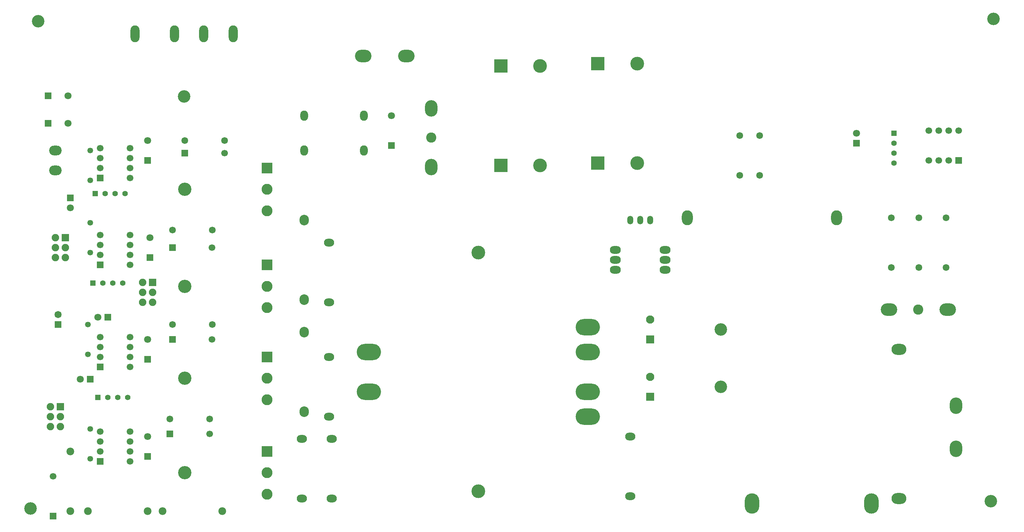
<source format=gbr>
G04 DipTrace 3.0.0.1*
G04 TopMask.gbr*
%MOMM*%
G04 #@! TF.FileFunction,Soldermask,Top*
G04 #@! TF.Part,Single*
%ADD15C,1.8*%
%ADD16C,2.6*%
%ADD44R,1.9X1.9*%
%ADD47R,1.7X1.7*%
%ADD48C,1.7*%
%ADD72C,3.2*%
%ADD73C,3.4*%
%ADD74C,3.5*%
%ADD95O,1.5X2.2*%
%ADD97O,2.8X2.0*%
%ADD99C,1.4*%
%ADD101R,1.4X1.4*%
%ADD105O,6.2X4.2*%
%ADD107C,1.978*%
%ADD109C,1.978*%
%ADD111C,1.47*%
%ADD113C,1.47*%
%ADD117C,1.724*%
%ADD119C,1.724*%
%ADD121O,2.4X2.7*%
%ADD123C,2.8*%
%ADD125R,2.8X2.8*%
%ADD127O,3.7X5.2*%
%ADD129C,1.82*%
%ADD131R,1.82X1.82*%
%ADD133O,3.2X2.5*%
%ADD135C,1.9*%
%ADD136O,3.2X4.2*%
%ADD137O,2.8X3.8*%
%ADD138O,4.2X3.2*%
%ADD139O,3.8X2.8*%
%ADD140R,2.1X2.1*%
%ADD141C,2.1*%
%ADD142O,2.296X4.296*%
%ADD148O,2.6X2.0*%
%ADD152R,1.8X1.8*%
%ADD158O,2.0X2.6*%
%ADD160C,3.5*%
%ADD162R,3.5X3.5*%
%FSLAX35Y35*%
G04*
G71*
G90*
G75*
G01*
G04 TopMask*
%LPD*%
D162*
X12382500Y9207500D3*
D160*
X13382500D3*
D162*
X14859000Y9271000D3*
D160*
X15859000D3*
D158*
X7366000Y10477500D3*
X8890000D3*
X7366000Y9588500D3*
X8890000D3*
D15*
X3365500Y2286000D3*
D152*
Y1778000D3*
D15*
Y4762500D3*
D152*
Y4254500D3*
D15*
Y9842500D3*
D152*
Y9334500D3*
D15*
X3429000Y7366000D3*
D152*
Y6858000D3*
X1905000Y3746500D3*
D15*
X1651000D3*
D152*
X1397000Y8382000D3*
D15*
Y8128000D3*
D152*
X2349500Y5334000D3*
D15*
X2095500D3*
D139*
X22542500Y4508500D3*
Y698500D3*
D137*
X17145000Y7874000D3*
X20955000D3*
D15*
X1333500Y10985500D3*
D152*
X825500D3*
D15*
X1333500Y10287000D3*
D152*
X825500D3*
X21463000Y9779000D3*
D15*
Y10033000D3*
D148*
X7302500Y698500D3*
Y2222500D3*
X8001000Y4318000D3*
Y2794000D3*
Y7239000D3*
Y5715000D3*
X15684500Y762000D3*
Y2286000D3*
X8064500Y698500D3*
Y2222500D3*
D162*
X14859000Y11811000D3*
D160*
X15859000D3*
D162*
X12382500Y11747500D3*
D160*
X13382500D3*
D47*
X4318000Y9525000D3*
D48*
X5328000D3*
D47*
X4000500Y7112000D3*
D48*
X5010500D3*
D47*
X3937000Y2349500D3*
D48*
X4947000D3*
D47*
X4000500Y4762500D3*
D48*
X5010500D3*
D142*
X3048000Y12573000D3*
X4048760D3*
X4798060D3*
X5547400D3*
D72*
X4297700Y10973000D3*
D141*
X16192500Y5270500D3*
D140*
Y4762500D3*
D72*
X17996500Y5016500D3*
D141*
X16192500Y3810000D3*
D140*
Y3302000D3*
D72*
X17996500Y3556000D3*
D47*
X952500Y254000D3*
D48*
Y1264000D3*
D138*
X22288500Y5524500D3*
X23788500D3*
D16*
X23038500D3*
D136*
X10604500Y10668000D3*
Y9168000D3*
D16*
Y9918000D3*
D72*
X24955500Y12954000D3*
X24892000Y635000D3*
X571500Y12890500D3*
X381000Y444500D3*
D136*
X24003000Y1968500D3*
Y3068500D3*
D44*
X1270000Y7366000D3*
D135*
X1016000D3*
X1270000Y7112000D3*
X1016000D3*
X1270000Y6858000D3*
X1016000D3*
D44*
X3492500Y6223000D3*
D135*
X3238500D3*
X3492500Y5969000D3*
X3238500D3*
X3492500Y5715000D3*
X3238500D3*
D133*
X1016000Y9080500D3*
Y9588500D3*
D131*
X1079500Y5143500D3*
D129*
Y5397500D3*
D138*
X9969500Y12001500D3*
X8869500D3*
D44*
X1143000Y3048000D3*
D135*
X889000D3*
X1143000Y2794000D3*
X889000D3*
X1143000Y2540000D3*
X889000D3*
D127*
X18796000Y571500D3*
X21844000D3*
D125*
X6413500Y9144000D3*
D123*
Y8599000D3*
Y8053000D3*
D73*
X4313500Y8599000D3*
D125*
X6413500Y6667500D3*
D123*
Y6122500D3*
Y5576500D3*
D73*
X4313500Y6122500D3*
D125*
X6413500Y1905000D3*
D123*
Y1360000D3*
Y814000D3*
D73*
X4313500Y1360000D3*
D125*
X6413500Y4318000D3*
D123*
Y3773000D3*
Y3227000D3*
D73*
X4313500Y3773000D3*
D121*
X7366000Y5778500D3*
Y7810500D3*
Y2921000D3*
Y4953000D3*
D119*
X4953000Y2730500D3*
D117*
X3937000D3*
D119*
X5016500Y5143500D3*
D117*
X4000500D3*
D119*
X5334000Y9842500D3*
D117*
X4318000D3*
D119*
X5016500Y7556500D3*
D117*
X4000500D3*
D119*
X22352000Y6604000D3*
D117*
Y7874000D3*
D119*
X23050500Y6604000D3*
D117*
Y7874000D3*
D119*
X23749000Y6604000D3*
D117*
Y7874000D3*
D119*
X18986500Y8953500D3*
D117*
Y9969500D3*
D119*
X18478500Y8953500D3*
D117*
Y9969500D3*
D15*
X9588500Y10477500D3*
D152*
Y9715500D3*
D113*
X1905000Y1714500D3*
D111*
Y2476500D3*
D113*
X1841500Y4381500D3*
D111*
Y5143500D3*
D113*
X1905000Y9588500D3*
D111*
Y8826500D3*
D113*
Y6985000D3*
D111*
Y7747000D3*
D109*
X5270500Y381000D3*
D107*
X3746500D3*
D109*
X3365500D3*
D107*
X1841500D3*
D109*
X1397000D3*
D107*
Y1905000D3*
D105*
X14605000Y4445000D3*
Y3429000D3*
Y2794000D3*
Y5080000D3*
X9017000Y3429000D3*
Y4445000D3*
D74*
X11811000Y6985000D3*
Y889000D3*
D101*
X2095500Y3281000D3*
D99*
X2349500D3*
X2603500D3*
X2857500D3*
D101*
X2032000Y8488000D3*
D99*
X2286000D3*
X2540000D3*
X2794000D3*
D101*
X1968500Y6202000D3*
D99*
X2222500D3*
X2476500D3*
X2730500D3*
D97*
X15303500Y7048500D3*
Y6794500D3*
Y6540500D3*
X16573500Y7048500D3*
Y6794500D3*
Y6540500D3*
D95*
X15684500Y7810500D3*
X15938500D3*
X16192500D3*
D101*
X22415500Y10033000D3*
D99*
Y9779000D3*
Y9525000D3*
Y9271000D3*
D47*
X2159000Y1651000D3*
D48*
Y1905000D3*
Y2159000D3*
Y2413000D3*
X2921000D3*
Y2159000D3*
Y1905000D3*
Y1651000D3*
D47*
X2159000Y4064000D3*
D48*
Y4318000D3*
Y4572000D3*
Y4826000D3*
X2921000D3*
Y4572000D3*
Y4318000D3*
Y4064000D3*
D47*
X2159000Y8890000D3*
D48*
Y9144000D3*
Y9398000D3*
Y9652000D3*
X2921000D3*
Y9398000D3*
Y9144000D3*
Y8890000D3*
D47*
X2159000Y6667500D3*
D48*
Y6921500D3*
Y7175500D3*
Y7429500D3*
X2921000D3*
Y7175500D3*
Y6921500D3*
Y6667500D3*
D47*
X24066500Y9334500D3*
D48*
X23812500D3*
X23558500D3*
X23304500D3*
Y10096500D3*
X23558500D3*
X23812500D3*
X24066500D3*
M02*

</source>
